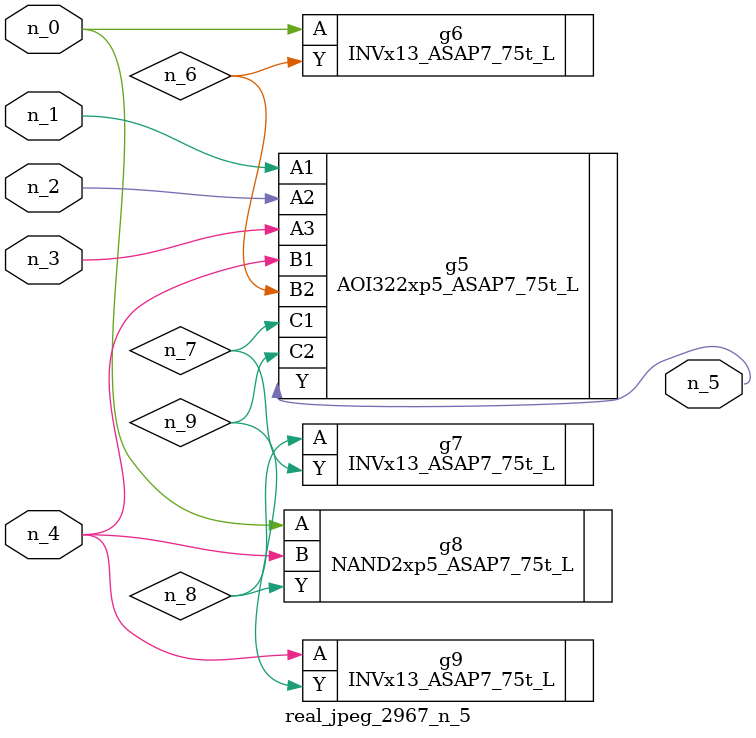
<source format=v>
module real_jpeg_2967_n_5 (n_4, n_0, n_1, n_2, n_3, n_5);

input n_4;
input n_0;
input n_1;
input n_2;
input n_3;

output n_5;

wire n_8;
wire n_6;
wire n_7;
wire n_9;

INVx13_ASAP7_75t_L g6 ( 
.A(n_0),
.Y(n_6)
);

NAND2xp5_ASAP7_75t_L g8 ( 
.A(n_0),
.B(n_4),
.Y(n_8)
);

AOI322xp5_ASAP7_75t_L g5 ( 
.A1(n_1),
.A2(n_2),
.A3(n_3),
.B1(n_4),
.B2(n_6),
.C1(n_7),
.C2(n_9),
.Y(n_5)
);

INVx13_ASAP7_75t_L g9 ( 
.A(n_4),
.Y(n_9)
);

INVx13_ASAP7_75t_L g7 ( 
.A(n_8),
.Y(n_7)
);


endmodule
</source>
